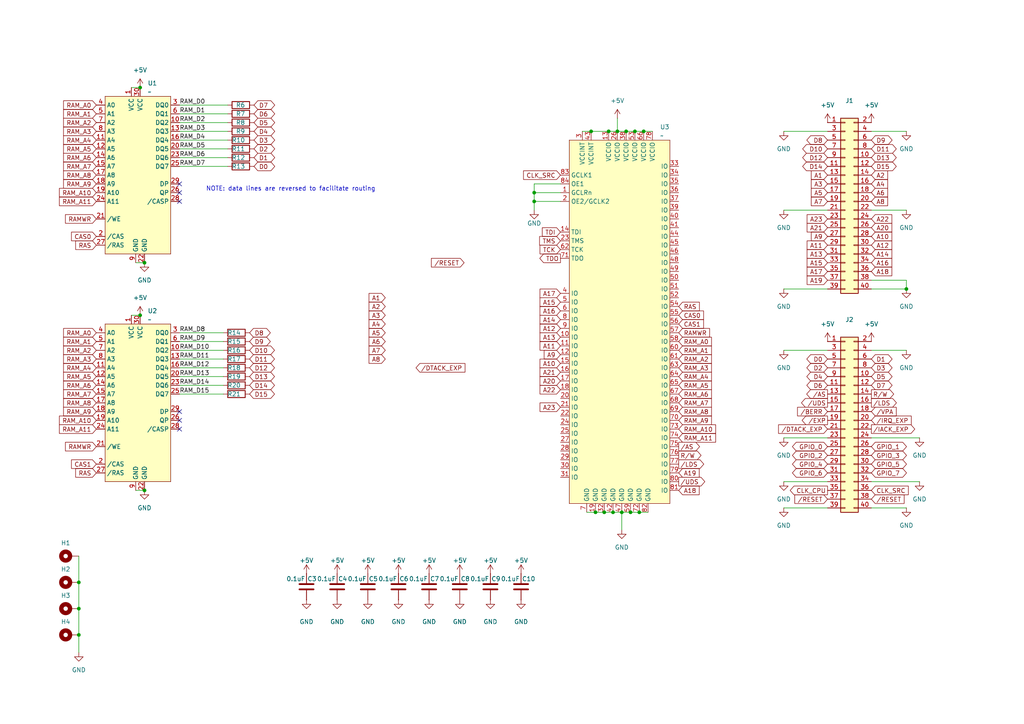
<source format=kicad_sch>
(kicad_sch (version 20231120) (generator "eeschema") (generator_version "8.0")
  (paper "A4")
  (junction (at 40.64 91.44))
  (junction (at -114.3 190.5))
  (junction (at -114.3 200.66))
  (junction (at 41.91 76.2))
  (junction (at -142.24 182.88))
  (junction (at 177.8 148.59))
  (junction (at 176.53 38.1))
  (junction (at 186.69 38.1))
  (junction (at 179.07 38.1))
  (junction (at 172.72 148.59))
  (junction (at 22.86 184.15))
  (junction (at 175.26 148.59))
  (junction (at 154.94 55.88))
  (junction (at -139.7 185.42))
  (junction (at -139.7 167.64))
  (junction (at 154.94 58.42))
  (junction (at -137.16 167.64))
  (junction (at 22.86 176.53))
  (junction (at 22.86 168.91))
  (junction (at 185.42 148.59))
  (junction (at 182.88 148.59))
  (junction (at 41.91 142.24))
  (junction (at 40.64 25.4))
  (junction (at 171.45 38.1))
  (junction (at 184.15 38.1))
  (junction (at 181.61 38.1))
  (junction (at 262.89 83.82))
  (junction (at -133.35 180.34))
  (junction (at 180.34 148.59))
  (junction (at -116.84 167.64))
  (junction (at -137.16 190.5))
  (no_connect (at 52.07 121.92))
  (no_connect (at -119.38 187.96))
  (no_connect (at 52.07 119.38))
  (no_connect (at -119.38 185.42))
  (no_connect (at 52.07 124.46))
  (no_connect (at 52.07 53.34))
  (no_connect (at -132.08 187.96))
  (no_connect (at 52.07 55.88))
  (no_connect (at 52.07 58.42))
  (wire (pts (xy 162.56 53.34) (xy 154.94 53.34)))
  (wire (pts (xy -142.24 171.45) (xy -142.24 167.64)))
  (wire (pts (xy 154.94 58.42) (xy 154.94 60.96)))
  (wire (pts (xy -133.35 180.34) (xy -133.35 193.04)))
  (wire (pts (xy -139.7 167.64) (xy -137.16 167.64)))
  (wire (pts (xy -114.3 190.5) (xy -119.38 190.5)))
  (wire (pts (xy -144.78 180.34) (xy -133.35 180.34)))
  (wire (pts (xy 227.33 83.82) (xy 240.03 83.82)))
  (wire (pts (xy 172.72 148.59) (xy 175.26 148.59)))
  (wire (pts (xy -71.12 147.32) (xy -62.23 147.32)))
  (wire (pts (xy 182.88 148.59) (xy 185.42 148.59)))
  (wire (pts (xy 252.73 83.82) (xy 262.89 83.82)))
  (wire (pts (xy 185.42 148.59) (xy 187.96 148.59)))
  (wire (pts (xy 179.07 38.1) (xy 181.61 38.1)))
  (wire (pts (xy 38.1 25.4) (xy 40.64 25.4)))
  (wire (pts (xy -144.78 182.88) (xy -142.24 182.88)))
  (wire (pts (xy -74.93 1.27) (xy -60.96 1.27)))
  (wire (pts (xy -137.16 167.64) (xy -116.84 167.64)))
  (wire (pts (xy 181.61 38.1) (xy 184.15 38.1)))
  (wire (pts (xy 154.94 53.34) (xy 154.94 55.88)))
  (wire (pts (xy -142.24 167.64) (xy -139.7 167.64)))
  (wire (pts (xy 22.86 168.91) (xy 22.86 176.53)))
  (wire (pts (xy 64.77 99.06) (xy 52.07 99.06)))
  (wire (pts (xy 64.77 104.14) (xy 52.07 104.14)))
  (wire (pts (xy -137.16 190.5) (xy -132.08 190.5)))
  (wire (pts (xy 180.34 148.59) (xy 182.88 148.59)))
  (wire (pts (xy 171.45 38.1) (xy 176.53 38.1)))
  (wire (pts (xy -114.3 180.34) (xy -114.3 190.5)))
  (wire (pts (xy 66.04 48.26) (xy 52.07 48.26)))
  (wire (pts (xy 252.73 38.1) (xy 262.89 38.1)))
  (wire (pts (xy 252.73 127) (xy 266.7 127)))
  (wire (pts (xy -139.7 179.07) (xy -139.7 185.42)))
  (wire (pts (xy 227.33 139.7) (xy 240.03 139.7)))
  (wire (pts (xy -137.16 179.07) (xy -137.16 190.5)))
  (wire (pts (xy 252.73 81.28) (xy 262.89 81.28)))
  (wire (pts (xy 252.73 101.6) (xy 262.89 101.6)))
  (wire (pts (xy 177.8 148.59) (xy 180.34 148.59)))
  (wire (pts (xy -144.78 185.42) (xy -139.7 185.42)))
  (wire (pts (xy 66.04 33.02) (xy 52.07 33.02)))
  (wire (pts (xy -142.24 182.88) (xy -132.08 182.88)))
  (wire (pts (xy -114.3 204.47) (xy -114.3 200.66)))
  (wire (pts (xy 66.04 45.72) (xy 52.07 45.72)))
  (wire (pts (xy 227.33 60.96) (xy 240.03 60.96)))
  (wire (pts (xy -116.84 163.83) (xy -116.84 167.64)))
  (wire (pts (xy -77.47 127) (xy -62.23 127)))
  (wire (pts (xy 38.1 91.44) (xy 40.64 91.44)))
  (wire (pts (xy -116.84 182.88) (xy -119.38 182.88)))
  (wire (pts (xy 39.37 76.2) (xy 41.91 76.2)))
  (wire (pts (xy 154.94 58.42) (xy 162.56 58.42)))
  (wire (pts (xy 66.04 30.48) (xy 52.07 30.48)))
  (wire (pts (xy 22.86 161.29) (xy 22.86 168.91)))
  (wire (pts (xy -142.24 179.07) (xy -142.24 182.88)))
  (wire (pts (xy 227.33 147.32) (xy 240.03 147.32)))
  (wire (pts (xy 66.04 38.1) (xy 52.07 38.1)))
  (wire (pts (xy 252.73 147.32) (xy 262.89 147.32)))
  (wire (pts (xy 64.77 109.22) (xy 52.07 109.22)))
  (wire (pts (xy 64.77 114.3) (xy 52.07 114.3)))
  (wire (pts (xy 66.04 40.64) (xy 52.07 40.64)))
  (wire (pts (xy -76.2 34.29) (xy -60.96 34.29)))
  (wire (pts (xy 66.04 43.18) (xy 52.07 43.18)))
  (wire (pts (xy 64.77 106.68) (xy 52.07 106.68)))
  (wire (pts (xy -133.35 200.66) (xy -114.3 200.66)))
  (wire (pts (xy 154.94 55.88) (xy 162.56 55.88)))
  (wire (pts (xy 64.77 96.52) (xy 52.07 96.52)))
  (wire (pts (xy -144.78 190.5) (xy -137.16 190.5)))
  (wire (pts (xy 227.33 101.6) (xy 240.03 101.6)))
  (wire (pts (xy 227.33 127) (xy 240.03 127)))
  (wire (pts (xy -85.09 93.98) (xy -62.23 93.98)))
  (wire (pts (xy 170.18 148.59) (xy 172.72 148.59)))
  (wire (pts (xy 179.07 34.29) (xy 179.07 38.1)))
  (wire (pts (xy 227.33 38.1) (xy 240.03 38.1)))
  (wire (pts (xy -116.84 167.64) (xy -116.84 182.88)))
  (wire (pts (xy 186.69 38.1) (xy 189.23 38.1)))
  (wire (pts (xy 64.77 101.6) (xy 52.07 101.6)))
  (wire (pts (xy 154.94 55.88) (xy 154.94 58.42)))
  (wire (pts (xy 252.73 139.7) (xy 266.7 139.7)))
  (wire (pts (xy -133.35 180.34) (xy -132.08 180.34)))
  (wire (pts (xy 176.53 38.1) (xy 179.07 38.1)))
  (wire (pts (xy -69.85 54.61) (xy -60.96 54.61)))
  (wire (pts (xy 22.86 184.15) (xy 22.86 189.23)))
  (wire (pts (xy 39.37 142.24) (xy 41.91 142.24)))
  (wire (pts (xy 66.04 35.56) (xy 52.07 35.56)))
  (wire (pts (xy 64.77 111.76) (xy 52.07 111.76)))
  (wire (pts (xy 252.73 60.96) (xy 262.89 60.96)))
  (wire (pts (xy 262.89 81.28) (xy 262.89 83.82)))
  (wire (pts (xy -137.16 171.45) (xy -137.16 167.64)))
  (wire (pts (xy -119.38 180.34) (xy -114.3 180.34)))
  (wire (pts (xy -114.3 200.66) (xy -114.3 190.5)))
  (wire (pts (xy 22.86 176.53) (xy 22.86 184.15)))
  (wire (pts (xy -139.7 171.45) (xy -139.7 167.64)))
  (wire (pts (xy 184.15 38.1) (xy 186.69 38.1)))
  (wire (pts (xy 175.26 148.59) (xy 177.8 148.59)))
  (wire (pts (xy -139.7 185.42) (xy -132.08 185.42)))
  (wire (pts (xy 168.91 38.1) (xy 171.45 38.1)))
  (wire (pts (xy 180.34 148.59) (xy 180.34 153.67)))
  (text "NOTE: data lines are reversed to facilitate routing" (at 84.328 54.864 0) (effects (font (size 1.27 1.27))))
  (label "RAM_D13" (at 52.07 109.22 0))
  (label "RAM_D11" (at 52.07 104.14 0))
  (label "RAM_D5" (at 52.07 43.18 0))
  (label "RAM_D0" (at 52.07 30.48 0))
  (label "RAM_D6" (at 52.07 45.72 0))
  (label "RAM_D8" (at 52.07 96.52 0))
  (label "RAM_D3" (at 52.07 38.1 0))
  (label "RAM_D4" (at 52.07 40.64 0))
  (label "RAM_D2" (at 52.07 35.56 0))
  (label "RAM_D14" (at 52.07 111.76 0))
  (label "RAM_D1" (at 52.07 33.02 0))
  (label "RAM_D12" (at 52.07 106.68 0))
  (label "RAM_D10" (at 52.07 101.6 0))
  (label "RAM_D7" (at 52.07 48.26 0))
  (label "RAM_D9" (at 52.07 99.06 0))
  (label "RAM_D15" (at 52.07 114.3 0))
  (global_label "R{slash}W" (shape output) (at 196.85 132.08 0) (property "Intersheetrefs" "${INTERSHEET_REFS}" (effects (hide yes))))
  (global_label "A10" (shape input) (at 162.56 105.41 180) (property "Intersheetrefs" "${INTERSHEET_REFS}" (effects (hide yes))))
  (global_label "A18" (shape input) (at 252.73 78.74 0) (property "Intersheetrefs" "${INTERSHEET_REFS}" (effects (hide yes))))
  (global_label "RAM_A1" (shape input) (at 27.94 99.06 180) (property "Intersheetrefs" "${INTERSHEET_REFS}" (effects (hide yes))))
  (global_label "A3" (shape input) (at 111.76 91.44 180) (property "Intersheetrefs" "${INTERSHEET_REFS}" (effects (hide yes))))
  (global_label "A17" (shape input) (at 240.03 78.74 180) (property "Intersheetrefs" "${INTERSHEET_REFS}" (effects (hide yes))))
  (global_label "RAS" (shape input) (at 196.85 88.9 0) (property "Intersheetrefs" "${INTERSHEET_REFS}" (effects (hide yes))))
  (global_label "A12" (shape input) (at 252.73 71.12 0) (property "Intersheetrefs" "${INTERSHEET_REFS}" (effects (hide yes))))
  (global_label "RAM_A2" (shape input) (at 27.94 101.6 180) (property "Intersheetrefs" "${INTERSHEET_REFS}" (effects (hide yes))))
  (global_label "D6" (shape bidirectional) (at 73.66 33.02 0) (property "Intersheetrefs" "${INTERSHEET_REFS}" (effects (hide yes))))
  (global_label "D8" (shape bidirectional) (at 72.39 96.52 0) (property "Intersheetrefs" "${INTERSHEET_REFS}" (effects (hide yes))))
  (global_label "A20" (shape input) (at 252.73 66.04 0) (property "Intersheetrefs" "${INTERSHEET_REFS}" (effects (hide yes))))
  (global_label "RAM_A9" (shape input) (at 27.94 53.34 180) (property "Intersheetrefs" "${INTERSHEET_REFS}" (effects (hide yes))))
  (global_label "{slash}DTACK_EXP" (shape input) (at 240.03 124.46 180) (property "Intersheetrefs" "${INTERSHEET_REFS}" (effects (hide yes))))
  (global_label "A6" (shape input) (at 252.73 55.88 0) (property "Intersheetrefs" "${INTERSHEET_REFS}" (effects (hide yes))))
  (global_label "RAM_A7" (shape input) (at 27.94 48.26 180) (property "Intersheetrefs" "${INTERSHEET_REFS}" (effects (hide yes))))
  (global_label "A8" (shape input) (at 111.76 104.14 180) (property "Intersheetrefs" "${INTERSHEET_REFS}" (effects (hide yes))))
  (global_label "RAM_A11" (shape input) (at 196.85 127 0) (property "Intersheetrefs" "${INTERSHEET_REFS}" (effects (hide yes))))
  (global_label "RAM_A5" (shape input) (at -60.96 8.89 180) (property "Intersheetrefs" "${INTERSHEET_REFS}" (effects (hide yes))))
  (global_label "RAM_D1" (shape input) (at -60.96 -6.35 180) (property "Intersheetrefs" "${INTERSHEET_REFS}" (effects (hide yes))))
  (global_label "TCK" (shape output) (at -144.78 180.34 180) (property "Intersheetrefs" "${INTERSHEET_REFS}" (effects (hide yes))))
  (global_label "RAM_A7" (shape input) (at -60.96 16.51 180) (property "Intersheetrefs" "${INTERSHEET_REFS}" (effects (hide yes))))
  (global_label "A19" (shape input) (at 240.03 81.28 180) (property "Intersheetrefs" "${INTERSHEET_REFS}" (effects (hide yes))))
  (global_label "D5" (shape bidirectional) (at 73.66 35.56 0) (property "Intersheetrefs" "${INTERSHEET_REFS}" (effects (hide yes))))
  (global_label "{slash}AS" (shape output) (at 196.85 129.54 0) (property "Intersheetrefs" "${INTERSHEET_REFS}" (effects (hide yes))))
  (global_label "RAM_A7" (shape input) (at 27.94 114.3 180) (property "Intersheetrefs" "${INTERSHEET_REFS}" (effects (hide yes))))
  (global_label "RAM_A6" (shape input) (at 27.94 45.72 180) (property "Intersheetrefs" "${INTERSHEET_REFS}" (effects (hide yes))))
  (global_label "RAM_A8" (shape input) (at -62.23 114.3 180) (property "Intersheetrefs" "${INTERSHEET_REFS}" (effects (hide yes))))
  (global_label "RAM_A3" (shape input) (at -60.96 -1.27 180) (property "Intersheetrefs" "${INTERSHEET_REFS}" (effects (hide yes))))
  (global_label "CAS1" (shape input) (at 196.85 93.98 0) (property "Intersheetrefs" "${INTERSHEET_REFS}" (effects (hide yes))))
  (global_label "RAM_A2" (shape input) (at 27.94 35.56 180) (property "Intersheetrefs" "${INTERSHEET_REFS}" (effects (hide yes))))
  (global_label "A14" (shape input) (at 252.73 73.66 0) (property "Intersheetrefs" "${INTERSHEET_REFS}" (effects (hide yes))))
  (global_label "RAM_A0" (shape input) (at 27.94 96.52 180) (property "Intersheetrefs" "${INTERSHEET_REFS}" (effects (hide yes))))
  (global_label "D10" (shape bidirectional) (at 240.03 43.18 180) (property "Intersheetrefs" "${INTERSHEET_REFS}" (effects (hide yes))))
  (global_label "RAM_A9" (shape input) (at 27.94 119.38 180) (property "Intersheetrefs" "${INTERSHEET_REFS}" (effects (hide yes))))
  (global_label "RAM_A2" (shape input) (at 196.85 104.14 0) (property "Intersheetrefs" "${INTERSHEET_REFS}" (effects (hide yes))))
  (global_label "A2" (shape input) (at 111.76 88.9 180) (property "Intersheetrefs" "${INTERSHEET_REFS}" (effects (hide yes))))
  (global_label "RAM_A1" (shape input) (at 27.94 33.02 180) (property "Intersheetrefs" "${INTERSHEET_REFS}" (effects (hide yes))))
  (global_label "RAS" (shape input) (at 27.94 137.16 180) (property "Intersheetrefs" "${INTERSHEET_REFS}" (effects (hide yes))))
  (global_label "D2" (shape bidirectional) (at 240.03 106.68 180) (property "Intersheetrefs" "${INTERSHEET_REFS}" (effects (hide yes))))
  (global_label "RAM_A10" (shape input) (at -60.96 26.67 180) (property "Intersheetrefs" "${INTERSHEET_REFS}" (effects (hide yes))))
  (global_label "RAM_A9" (shape input) (at -62.23 116.84 180) (property "Intersheetrefs" "${INTERSHEET_REFS}" (effects (hide yes))))
  (global_label "A4" (shape input) (at 111.76 93.98 180) (property "Intersheetrefs" "${INTERSHEET_REFS}" (effects (hide yes))))
  (global_label "D13" (shape bidirectional) (at 252.73 45.72 0) (property "Intersheetrefs" "${INTERSHEET_REFS}" (effects (hide yes))))
  (global_label "D13" (shape bidirectional) (at 72.39 109.22 0) (property "Intersheetrefs" "${INTERSHEET_REFS}" (effects (hide yes))))
  (global_label "RAM_D5" (shape input) (at -60.96 29.21 180) (property "Intersheetrefs" "${INTERSHEET_REFS}" (effects (hide yes))))
  (global_label "RAM_A7" (shape input) (at -62.23 109.22 180) (property "Intersheetrefs" "${INTERSHEET_REFS}" (effects (hide yes))))
  (global_label "A18" (shape input) (at 196.85 142.24 0) (property "Intersheetrefs" "${INTERSHEET_REFS}" (effects (hide yes))))
  (global_label "D6" (shape bidirectional) (at 240.03 111.76 180) (property "Intersheetrefs" "${INTERSHEET_REFS}" (effects (hide yes))))
  (global_label "D12" (shape bidirectional) (at 240.03 45.72 180) (property "Intersheetrefs" "${INTERSHEET_REFS}" (effects (hide yes))))
  (global_label "RAMWR" (shape input) (at 196.85 96.52 0) (property "Intersheetrefs" "${INTERSHEET_REFS}" (effects (hide yes))))
  (global_label "RAM_A2" (shape input) (at -62.23 88.9 180) (property "Intersheetrefs" "${INTERSHEET_REFS}" (effects (hide yes))))
  (global_label "{slash}LDS" (shape output) (at 252.73 116.84 0) (property "Intersheetrefs" "${INTERSHEET_REFS}" (effects (hide yes))))
  (global_label "RAM_A4" (shape input) (at -60.96 6.35 180) (property "Intersheetrefs" "${INTERSHEET_REFS}" (effects (hide yes))))
  (global_label "D3" (shape bidirectional) (at 252.73 106.68 0) (property "Intersheetrefs" "${INTERSHEET_REFS}" (effects (hide yes))))
  (global_label "D14" (shape bidirectional) (at 72.39 111.76 0) (property "Intersheetrefs" "${INTERSHEET_REFS}" (effects (hide yes))))
  (global_label "RAM_D12" (shape input) (at -62.23 111.76 180) (property "Intersheetrefs" "${INTERSHEET_REFS}" (effects (hide yes))))
  (global_label "A15" (shape input) (at 162.56 87.63 180) (property "Intersheetrefs" "${INTERSHEET_REFS}" (effects (hide yes))))
  (global_label "A10" (shape input) (at 252.73 68.58 0) (property "Intersheetrefs" "${INTERSHEET_REFS}" (effects (hide yes))))
  (global_label "RAM_A9" (shape input) (at -60.96 24.13 180) (property "Intersheetrefs" "${INTERSHEET_REFS}" (effects (hide yes))))
  (global_label "RAM_A8" (shape input) (at 27.94 50.8 180) (property "Intersheetrefs" "${INTERSHEET_REFS}" (effects (hide yes))))
  (global_label "A22" (shape input) (at 162.56 113.03 180) (property "Intersheetrefs" "${INTERSHEET_REFS}" (effects (hide yes))))
  (global_label "A21" (shape input) (at 240.03 66.04 180) (property "Intersheetrefs" "${INTERSHEET_REFS}" (effects (hide yes))))
  (global_label "D1" (shape bidirectional) (at 252.73 104.14 0) (property "Intersheetrefs" "${INTERSHEET_REFS}" (effects (hide yes))))
  (global_label "TMS" (shape input) (at 162.56 69.85 180) (property "Intersheetrefs" "${INTERSHEET_REFS}" (effects (hide yes))))
  (global_label "RAMWR" (shape input) (at 27.94 63.5 180) (property "Intersheetrefs" "${INTERSHEET_REFS}" (effects (hide yes))))
  (global_label "{slash}VPA" (shape input) (at 252.73 119.38 0) (property "Intersheetrefs" "${INTERSHEET_REFS}" (effects (hide yes))))
  (global_label "RAM_A10" (shape input) (at 196.85 124.46 0) (property "Intersheetrefs" "${INTERSHEET_REFS}" (effects (hide yes))))
  (global_label "A11" (shape input) (at 162.56 100.33 180) (property "Intersheetrefs" "${INTERSHEET_REFS}" (effects (hide yes))))
  (global_label "{slash}RESET" (shape input) (at 240.03 144.78 180) (property "Intersheetrefs" "${INTERSHEET_REFS}" (effects (hide yes))))
  (global_label "GPIO_4" (shape bidirectional) (at 240.03 134.62 180) (property "Intersheetrefs" "${INTERSHEET_REFS}" (effects (hide yes))))
  (global_label "RAM_D9" (shape input) (at -62.23 86.36 180) (property "Intersheetrefs" "${INTERSHEET_REFS}" (effects (hide yes))))
  (global_label "D15" (shape bidirectional) (at 72.39 114.3 0) (property "Intersheetrefs" "${INTERSHEET_REFS}" (effects (hide yes))))
  (global_label "A3" (shape input) (at 240.03 53.34 180) (property "Intersheetrefs" "${INTERSHEET_REFS}" (effects (hide yes))))
  (global_label "RAM_A4" (shape input) (at -62.23 99.06 180) (property "Intersheetrefs" "${INTERSHEET_REFS}" (effects (hide yes))))
  (global_label "A9" (shape input) (at 162.56 102.87 180) (property "Intersheetrefs" "${INTERSHEET_REFS}" (effects (hide yes))))
  (global_label "RAM_A3" (shape input) (at 27.94 104.14 180) (property "Intersheetrefs" "${INTERSHEET_REFS}" (effects (hide yes))))
  (global_label "RAM_D11" (shape input) (at -62.23 104.14 180) (property "Intersheetrefs" "${INTERSHEET_REFS}" (effects (hide yes))))
  (global_label "RAS" (shape input) (at 27.94 71.12 180) (property "Intersheetrefs" "${INTERSHEET_REFS}" (effects (hide yes))))
  (global_label "RAM_A0" (shape input) (at -62.23 81.28 180) (property "Intersheetrefs" "${INTERSHEET_REFS}" (effects (hide yes))))
  (global_label "A5" (shape input) (at 111.76 96.52 180) (property "Intersheetrefs" "${INTERSHEET_REFS}" (effects (hide yes))))
  (global_label "GPIO_5" (shape bidirectional) (at 252.73 134.62 0) (property "Intersheetrefs" "${INTERSHEET_REFS}" (effects (hide yes))))
  (global_label "A7" (shape input) (at 240.03 58.42 180) (property "Intersheetrefs" "${INTERSHEET_REFS}" (effects (hide yes))))
  (global_label "D0" (shape bidirectional) (at 240.03 104.14 180) (property "Intersheetrefs" "${INTERSHEET_REFS}" (effects (hide yes))))
  (global_label "D7" (shape bidirectional) (at 73.66 30.48 0) (property "Intersheetrefs" "${INTERSHEET_REFS}" (effects (hide yes))))
  (global_label "A23" (shape input) (at 162.56 118.11 180) (property "Intersheetrefs" "${INTERSHEET_REFS}" (effects (hide yes))))
  (global_label "D14" (shape bidirectional) (at 240.03 48.26 180) (property "Intersheetrefs" "${INTERSHEET_REFS}" (effects (hide yes))))
  (global_label "RAM_D4" (shape input) (at -60.96 19.05 180) (property "Intersheetrefs" "${INTERSHEET_REFS}" (effects (hide yes))))
  (global_label "D9" (shape bidirectional) (at 252.73 40.64 0) (property "Intersheetrefs" "${INTERSHEET_REFS}" (effects (hide yes))))
  (global_label "RAM_D2" (shape input) (at -60.96 3.81 180) (property "Intersheetrefs" "${INTERSHEET_REFS}" (effects (hide yes))))
  (global_label "A22" (shape input) (at 252.73 63.5 0) (property "Intersheetrefs" "${INTERSHEET_REFS}" (effects (hide yes))))
  (global_label "RAM_A3" (shape input) (at 196.85 106.68 0) (property "Intersheetrefs" "${INTERSHEET_REFS}" (effects (hide yes))))
  (global_label "RAM_A10" (shape input) (at 27.94 121.92 180) (property "Intersheetrefs" "${INTERSHEET_REFS}" (effects (hide yes))))
  (global_label "TMS" (shape output) (at -144.78 185.42 180) (property "Intersheetrefs" "${INTERSHEET_REFS}" (effects (hide yes))))
  (global_label "{slash}UDS" (shape output) (at 240.03 116.84 180) (property "Intersheetrefs" "${INTERSHEET_REFS}" (effects (hide yes))))
  (global_label "A23" (shape input) (at 240.03 63.5 180) (property "Intersheetrefs" "${INTERSHEET_REFS}" (effects (hide yes))))
  (global_label "RAM_A8" (shape input) (at -60.96 21.59 180) (property "Intersheetrefs" "${INTERSHEET_REFS}" (effects (hide yes))))
  (global_label "A13" (shape input) (at 162.56 97.79 180) (property "Intersheetrefs" "${INTERSHEET_REFS}" (effects (hide yes))))
  (global_label "RAM_A5" (shape input) (at 27.94 109.22 180) (property "Intersheetrefs" "${INTERSHEET_REFS}" (effects (hide yes))))
  (global_label "RAM_A0" (shape input) (at 27.94 30.48 180) (property "Intersheetrefs" "${INTERSHEET_REFS}" (effects (hide yes))))
  (global_label "RAM_D15" (shape input) (at -62.23 134.62 180) (property "Intersheetrefs" "${INTERSHEET_REFS}" (effects (hide yes))))
  (global_label "RAM_A4" (shape input) (at 27.94 40.64 180) (property "Intersheetrefs" "${INTERSHEET_REFS}" (effects (hide yes))))
  (global_label "RAM_A6" (shape input) (at -62.23 106.68 180) (property "Intersheetrefs" "${INTERSHEET_REFS}" (effects (hide yes))))
  (global_label "A1" (shape input) (at 240.03 50.8 180) (property "Intersheetrefs" "${INTERSHEET_REFS}" (effects (hide yes))))
  (global_label "RAM_A4" (shape input) (at 27.94 106.68 180) (property "Intersheetrefs" "${INTERSHEET_REFS}" (effects (hide yes))))
  (global_label "A19" (shape input) (at 196.85 137.16 0) (property "Intersheetrefs" "${INTERSHEET_REFS}" (effects (hide yes))))
  (global_label "{slash}EXP" (shape output) (at 240.03 121.92 180) (property "Intersheetrefs" "${INTERSHEET_REFS}" (effects (hide yes))))
  (global_label "RAM_A8" (shape input) (at 27.94 116.84 180) (property "Intersheetrefs" "${INTERSHEET_REFS}" (effects (hide yes))))
  (global_label "RAM_D6" (shape input) (at -60.96 36.83 180) (property "Intersheetrefs" "${INTERSHEET_REFS}" (effects (hide yes))))
  (global_label "A14" (shape input) (at 162.56 92.71 180) (property "Intersheetrefs" "${INTERSHEET_REFS}" (effects (hide yes))))
  (global_label "RAM_A1" (shape input) (at -62.23 83.82 180) (property "Intersheetrefs" "${INTERSHEET_REFS}" (effects (hide yes))))
  (global_label "D9" (shape bidirectional) (at 72.39 99.06 0) (property "Intersheetrefs" "${INTERSHEET_REFS}" (effects (hide yes))))
  (global_label "CLK_SRC" (shape input) (at 252.73 142.24 0) (property "Intersheetrefs" "${INTERSHEET_REFS}" (effects (hide yes))))
  (global_label "RAM_A6" (shape input) (at 27.94 111.76 180) (property "Intersheetrefs" "${INTERSHEET_REFS}" (effects (hide yes))))
  (global_label "RAM_A5" (shape input) (at -62.23 101.6 180) (property "Intersheetrefs" "${INTERSHEET_REFS}" (effects (hide yes))))
  (global_label "RAMWR" (shape input) (at 27.94 129.54 180) (property "Intersheetrefs" "${INTERSHEET_REFS}" (effects (hide yes))))
  (global_label "RAS" (shape input) (at -60.96 46.99 180) (property "Intersheetrefs" "${INTERSHEET_REFS}" (effects (hide yes))))
  (global_label "A5" (shape input) (at 240.03 55.88 180) (property "Intersheetrefs" "${INTERSHEET_REFS}" (effects (hide yes))))
  (global_label "RAM_A3" (shape input) (at 27.94 38.1 180) (property "Intersheetrefs" "${INTERSHEET_REFS}" (effects (hide yes))))
  (global_label "A7" (shape input) (at 111.76 101.6 180) (property "Intersheetrefs" "${INTERSHEET_REFS}" (effects (hide yes))))
  (global_label "A8" (shape input) (at 252.73 58.42 0) (property "Intersheetrefs" "${INTERSHEET_REFS}" (effects (hide yes))))
  (global_label "RAM_A4" (shape input) (at 196.85 109.22 0) (property "Intersheetrefs" "${INTERSHEET_REFS}" (effects (hide yes))))
  (global_label "CLK_CPU" (shape output) (at 240.03 142.24 180) (property "Intersheetrefs" "${INTERSHEET_REFS}" (effects (hide yes))))
  (global_label "CAS0" (shape input) (at 196.85 91.44 0) (property "Intersheetrefs" "${INTERSHEET_REFS}" (effects (hide yes))))
  (global_label "D11" (shape bidirectional) (at 252.73 43.18 0) (property "Intersheetrefs" "${INTERSHEET_REFS}" (effects (hide yes))))
  (global_label "RAM_A9" (shape input) (at 196.85 121.92 0) (property "Intersheetrefs" "${INTERSHEET_REFS}" (effects (hide yes))))
  (global_label "{slash}BERR" (shape input) (at 240.03 119.38 180) (property "Intersheetrefs" "${INTERSHEET_REFS}" (effects (hide yes))))
  (global_label "A12" (shape input) (at 162.56 95.25 180) (property "Intersheetrefs" "${INTERSHEET_REFS}" (effects (hide yes))))
  (global_label "D3" (shape bidirectional) (at 73.66 40.64 0) (property "Intersheetrefs" "${INTERSHEET_REFS}" (effects (hide yes))))
  (global_label "RAM_A10" (shape input) (at -62.23 119.38 180) (property "Intersheetrefs" "${INTERSHEET_REFS}" (effects (hide yes))))
  (global_label "RAM_A11" (shape input) (at 27.94 58.42 180) (property "Intersheetrefs" "${INTERSHEET_REFS}" (effects (hide yes))))
  (global_label "A21" (shape input) (at 162.56 107.95 180) (property "Intersheetrefs" "${INTERSHEET_REFS}" (effects (hide yes))))
  (global_label "{slash}IRQ_EXP" (shape input) (at 252.73 121.92 0) (property "Intersheetrefs" "${INTERSHEET_REFS}" (effects (hide yes))))
  (global_label "{slash}LDS" (shape output) (at 196.85 134.62 0) (property "Intersheetrefs" "${INTERSHEET_REFS}" (effects (hide yes))))
  (global_label "GPIO_0" (shape bidirectional) (at 240.03 129.54 180) (property "Intersheetrefs" "${INTERSHEET_REFS}" (effects (hide yes))))
  (global_label "TDI" (shape input) (at 162.56 67.31 180) (property "Intersheetrefs" "${INTERSHEET_REFS}" (effects (hide yes))))
  (global_label "CAS0" (shape input) (at -60.96 -16.51 180) (property "Intersheetrefs" "${INTERSHEET_REFS}" (effects (hide yes))))
  (global_label "{slash}DTACK_EXP" (shape input) (at 120.65 106.68 0) (property "Intersheetrefs" "${INTERSHEET_REFS}" (effects (hide yes))))
  (global_label "TDO" (shape input) (at -144.78 182.88 180) (property "Intersheetrefs" "${INTERSHEET_REFS}" (effects (hide yes))))
  (global_label "A13" (shape input) (at 240.03 73.66 180) (property "Intersheetrefs" "${INTERSHEET_REFS}" (effects (hide yes))))
  (global_label "{slash}RESET" (shape input) (at 252.73 144.78 0) (property "Intersheetrefs" "${INTERSHEET_REFS}" (effects (hide yes))))
  (global_label "RAM_D3" (shape input) (at -60.96 11.43 180) (property "Intersheetrefs" "${INTERSHEET_REFS}" (effects (hide yes))))
  (global_label "RAM_D7" (shape input) (at -60.96 41.91 180) (property "Intersheetrefs" "${INTERSHEET_REFS}" (effects (hide yes))))
  (global_label "A6" (shape input) (at 111.76 99.06 180) (property "Intersheetrefs" "${INTERSHEET_REFS}" (effects (hide yes))))
  (global_label "RAM_A3" (shape input) (at -62.23 91.44 180) (property "Intersheetrefs" "${INTERSHEET_REFS}" (effects (hide yes))))
  (global_label "RAS" (shape input) (at -62.23 139.7 180) (property "Intersheetrefs" "${INTERSHEET_REFS}" (effects (hide yes))))
  (global_label "RAM_A0" (shape input) (at -60.96 -11.43 180) (property "Intersheetrefs" "${INTERSHEET_REFS}" (effects (hide yes))))
  (global_label "RAM_A8" (shape input) (at 196.85 119.38 0) (property "Intersheetrefs" "${INTERSHEET_REFS}" (effects (hide yes))))
  (global_label "CAS0" (shape input) (at 27.94 68.58 180) (property "Intersheetrefs" "${INTERSHEET_REFS}" (effects (hide yes))))
  (global_label "D11" (shape bidirectional) (at 72.39 104.14 0) (property "Intersheetrefs" "${INTERSHEET_REFS}" (effects (hide yes))))
  (global_label "CAS1" (shape input) (at 27.94 134.62 180) (property "Intersheetrefs" "${INTERSHEET_REFS}" (effects (hide yes))))
  (global_label "RAM_A1" (shape input) (at 196.85 101.6 0) (property "Intersheetrefs" "${INTERSHEET_REFS}" (effects (hide yes))))
  (global_label "A15" (shape input) (at 240.03 76.2 180) (property "Intersheetrefs" "${INTERSHEET_REFS}" (effects (hide yes))))
  (global_label "RAM_A1" (shape input) (at -60.96 -8.89 180) (property "Intersheetrefs" "${INTERSHEET_REFS}" (effects (hide yes))))
  (global_label "A2" (shape input) (at 252.73 50.8 0) (property "Intersheetrefs" "${INTERSHEET_REFS}" (effects (hide yes))))
  (global_label "D10" (shape bidirectional) (at 72.39 101.6 0) (property "Intersheetrefs" "${INTERSHEET_REFS}" (effects (hide yes))))
  (global_label "TCK" (shape input) (at 162.56 72.39 180) (property "Intersheetrefs" "${INTERSHEET_REFS}" (effects (hide yes))))
  (global_label "D1" (shape bidirectional) (at 73.66 45.72 0) (property "Intersheetrefs" "${INTERSHEET_REFS}" (effects (hide yes))))
  (global_label "RAM_A5" (shape input) (at 196.85 111.76 0) (property "Intersheetrefs" "${INTERSHEET_REFS}" (effects (hide yes))))
  (global_label "D2" (shape bidirectional) (at 73.66 43.18 0) (property "Intersheetrefs" "${INTERSHEET_REFS}" (effects (hide yes))))
  (global_label "A1" (shape input) (at 111.76 86.36 180) (property "Intersheetrefs" "${INTERSHEET_REFS}" (effects (hide yes))))
  (global_label "RAM_D13" (shape input) (at -62.23 121.92 180) (property "Intersheetrefs" "${INTERSHEET_REFS}" (effects (hide yes))))
  (global_label "RAM_A0" (shape input) (at 196.85 99.06 0) (property "Intersheetrefs" "${INTERSHEET_REFS}" (effects (hide yes))))
  (global_label "CLK_SRC" (shape input) (at 162.56 50.8 180) (property "Intersheetrefs" "${INTERSHEET_REFS}" (effects (hide yes))))
  (global_label "GPIO_6" (shape bidirectional) (at 240.03 137.16 180) (property "Intersheetrefs" "${INTERSHEET_REFS}" (effects (hide yes))))
  (global_label "D8" (shape bidirectional) (at 240.03 40.64 180) (property "Intersheetrefs" "${INTERSHEET_REFS}" (effects (hide yes))))
  (global_label "D12" (shape bidirectional) (at 72.39 106.68 0) (property "Intersheetrefs" "${INTERSHEET_REFS}" (effects (hide yes))))
  (global_label "RAM_A7" (shape input) (at 196.85 116.84 0) (property "Intersheetrefs" "${INTERSHEET_REFS}" (effects (hide yes))))
  (global_label "RAM_A6" (shape input) (at -60.96 13.97 180) (property "Intersheetrefs" "${INTERSHEET_REFS}" (effects (hide yes))))
  (global_label "RAM_A2" (shape input) (at -60.96 -3.81 180) (property "Intersheetrefs" "${INTERSHEET_REFS}" (effects (hide yes))))
  (global_label "RAM_D10" (shape input) (at -62.23 96.52 180) (property "Intersheetrefs" "${INTERSHEET_REFS}" (effects (hide yes))))
  (global_label "D7" (shape bidirectional) (at 252.73 111.76 0) (property "Intersheetrefs" "${INTERSHEET_REFS}" (effects (hide yes))))
  (global_label "{slash}RESET" (shape input) (at 134.62 76.2 180) (property "Intersheetrefs" "${INTERSHEET_REFS}" (effects (hide yes))))
  (global_label "{slash}UDS" (shape output) (at 196.85 139.7 0) (property "Intersheetrefs" "${INTERSHEET_REFS}" (effects (hide yes))))
  (global_label "D4" (shape bidirectional) (at 73.66 38.1 0) (property "Intersheetrefs" "${INTERSHEET_REFS}" (effects (hide yes))))
  (global_label "RAM_A11" (shape input) (at 27.94 124.46 180) (property "Intersheetrefs" "${INTERSHEET_REFS}" (effects (hide yes))))
  (global_label "RAM_A5" (shape input) (at 27.94 43.18 180) (property "Intersheetrefs" "${INTERSHEET_REFS}" (effects (hide yes))))
  (global_label "RAM_A11" (shape input) (at -60.96 39.37 180) (property "Intersheetrefs" "${INTERSHEET_REFS}" (effects (hide yes))))
  (global_label "RAMWR" (shape input) (at -62.23 124.46 180) (property "Intersheetrefs" "${INTERSHEET_REFS}" (effects (hide yes))))
  (global_label "{slash}IACK_EXP" (shape output) (at 252.73 124.46 0) (property "Intersheetrefs" "${INTERSHEET_REFS}" (effects (hide yes))))
  (global_label "D4" (shape bidirectional) (at 240.03 109.22 180) (property "Intersheetrefs" "${INTERSHEET_REFS}" (effects (hide yes))))
  (global_label "TDO" (shape output) (at 162.56 74.93 180) (property "Intersheetrefs" "${INTERSHEET_REFS}" (effects (hide yes))))
  (global_label "R{slash}W" (shape output) (at 252.73 114.3 0) (property "Intersheetrefs" "${INTERSHEET_REFS}" (effects (hide yes))))
  (global_label "A16" (shape input) (at 252.73 76.2 0) (property "Intersheetrefs" "${INTERSHEET_REFS}" (effects (hide yes))))
  (global_label "GPIO_2" (shape bidirectional) (at 240.03 132.08 180) (property "Intersheetrefs" "${INTERSHEET_REFS}" (effects (hide yes))))
  (global_label "{slash}AS" (shape output) (at 240.03 114.3 180) (property "Intersheetrefs" "${INTERSHEET_REFS}" (effects (hide yes))))
  (global_label "RAM_A11" (shape input) (at -62.23 132.08 180) (property "Intersheetrefs" "${INTERSHEET_REFS}" (effects (hide yes))))
  (global_label "A20" (shape input) (at 162.56 110.49 180) (property "Intersheetrefs" "${INTERSHEET_REFS}" (effects (hide yes))))
  (global_label "GPIO_3" (shape bidirectional) (at 252.73 132.08 0) (property "Intersheetrefs" "${INTERSHEET_REFS}" (effects (hide yes))))
  (global_label "D0" (shape bidirectional) (at 73.66 48.26 0) (property "Intersheetrefs" "${INTERSHEET_REFS}" (effects (hide yes))))
  (global_label "A9" (shape input) (at 240.03 68.58 180) (property "Intersheetrefs" "${INTERSHEET_REFS}" (effects (hide yes))))
  (global_label "RAMWR" (shape input) (at -60.96 31.75 180) (property "Intersheetrefs" "${INTERSHEET_REFS}" (effects (hide yes))))
  (global_label "D5" (shape bidirectional) (at 252.73 109.22 0) (property "Intersheetrefs" "${INTERSHEET_REFS}" (effects (hide yes))))
  (global_label "A17" (shape input) (at 162.56 85.09 180) (property "Intersheetrefs" "${INTERSHEET_REFS}" (effects (hide yes))))
  (global_label "GPIO_7" (shape bidirectional) (at 252.73 137.16 0) (property "Intersheetrefs" "${INTERSHEET_REFS}" (effects (hide yes))))
  (global_label "TDI" (shape output) (at -144.78 190.5 180) (property "Intersheetrefs" "${INTERSHEET_REFS}" (effects (hide yes))))
  (global_label "RAM_D8" (shape input) (at -62.23 78.74 180) (property "Intersheetrefs" "${INTERSHEET_REFS}" (effects (hide yes))))
  (global_label "D15" (shape bidirectional) (at 252.73 48.26 0) (property "Intersheetrefs" "${INTERSHEET_REFS}" (effects (hide yes))))
  (global_label "A11" (shape input) (at 240.03 71.12 180) (property "Intersheetrefs" "${INTERSHEET_REFS}" (effects (hide yes))))
  (global_label "RAM_A10" (shape input) (at 27.94 55.88 180) (property "Intersheetrefs" "${INTERSHEET_REFS}" (effects (hide yes))))
  (global_label "GPIO_1" (shape bidirectional) (at 252.73 129.54 0) (property "Intersheetrefs" "${INTERSHEET_REFS}" (effects (hide yes))))
  (global_label "RAM_D14" (shape input) (at -62.23 129.54 180) (property "Intersheetrefs" "${INTERSHEET_REFS}" (effects (hide yes))))
  (global_label "CAS1" (shape input) (at -62.23 76.2 180) (property "Intersheetrefs" "${INTERSHEET_REFS}" (effects (hide yes))))
  (global_label "RAM_A6" (shape input) (at 196.85 114.3 0) (property "Intersheetrefs" "${INTERSHEET_REFS}" (effects (hide yes))))
  (global_label "A16" (shape input) (at 162.56 90.17 180) (property "Intersheetrefs" "${INTERSHEET_REFS}" (effects (hide yes))))
  (global_label "RAM_D0" (shape input) (at -60.96 -13.97 180) (property "Intersheetrefs" "${INTERSHEET_REFS}" (effects (hide yes))))
  (global_label "A4" (shape input) (at 252.73 53.34 0) (property "Intersheetrefs" "${INTERSHEET_REFS}" (effects (hide yes))))
  (symbol (lib_id "Device:C") (at 97.79 170.18 0) (unit 1)
    (property "Reference" "C4" (at 98.044 167.894 0) (effects (justify left)))
    (property "Value" "0.1uF" (at 91.948 167.894 0) (effects (justify left)))
    (property "Footprint" "Capacitor_THT:C_Disc_D4.7mm_W2.5mm_P5.00mm" (effects (hide yes)))
    (property "Description" "Unpolarized capacitor" (effects (hide yes)))
  )
  (symbol (lib_id "power:+5V") (at -71.12 147.32 0) (unit 1)
    (property "Reference" "#PWR054" (effects (hide yes)))
    (property "Value" "+5V" (at -71.12 143.51 0))
    (property "Description" "Power symbol creates a global label with name \"+5V\"" (effects (hide yes)))
  )
  (symbol (lib_id "power:GND") (at 142.24 173.99 0) (unit 1)
    (property "Reference" "#PWR050" (effects (hide yes)))
    (property "Value" "GND" (at 142.24 180.34 0))
    (property "Description" "Power symbol creates a global label with name \"GND\" , ground" (effects (hide yes)))
  )
  (symbol (lib_id "power:GND") (at 115.57 173.99 0) (unit 1)
    (property "Reference" "#PWR044" (effects (hide yes)))
    (property "Value" "GND" (at 115.57 180.34 0))
    (property "Description" "Power symbol creates a global label with name \"GND\" , ground" (effects (hide yes)))
  )
  (symbol (lib_id "power:+5V") (at 124.46 166.37 0) (unit 1)
    (property "Reference" "#PWR045" (effects (hide yes)))
    (property "Value" "+5V" (at 124.46 162.56 0))
    (property "Description" "Power symbol creates a global label with name \"+5V\"" (effects (hide yes)))
  )
  (symbol (lib_id "Device:R") (at -139.7 175.26 0) (unit 1)
    (property "Reference" "R2" (at -139.7 176.53 90) (effects (justify left)))
    (property "Value" "R" (effects (hide yes)))
    (property "Footprint" "Resistor_THT:R_Axial_DIN0207_L6.3mm_D2.5mm_P7.62mm_Horizontal" (effects (hide yes)))
    (property "Description" "Resistor" (effects (hide yes)))
  )
  (symbol (lib_id "power:GND") (at 227.33 38.1 0) (unit 1)
    (property "Reference" "#PWR01" (effects (hide yes)))
    (property "Value" "GND" (at 227.33 43.18 0))
    (property "Description" "Power symbol creates a global label with name \"GND\" , ground" (effects (hide yes)))
  )
  (symbol (lib_id "Device:C") (at 115.57 170.18 0) (unit 1)
    (property "Reference" "C6" (at 115.824 167.894 0) (effects (justify left)))
    (property "Value" "0.1uF" (at 109.728 167.894 0) (effects (justify left)))
    (property "Footprint" "Capacitor_THT:C_Disc_D4.7mm_W2.5mm_P5.00mm" (effects (hide yes)))
    (property "Description" "Unpolarized capacitor" (effects (hide yes)))
  )
  (symbol (lib_id "power:GND") (at -36.83 185.42 0) (unit 1)
    (property "Reference" "#PWR032" (effects (hide yes)))
    (property "Value" "GND" (at -36.83 190.5 0))
    (property "Description" "Power symbol creates a global label with name \"GND\" , ground" (effects (hide yes)))
  )
  (symbol (lib_id "Device:R") (at 69.85 48.26 90) (mirror x) (unit 1)
    (property "Reference" "R13" (at 71.12 48.26 90) (effects (justify left)))
    (property "Value" "22" (effects (hide yes)))
    (property "Footprint" "Resistor_THT:R_Axial_DIN0207_L6.3mm_D2.5mm_P2.54mm_Vertical" (effects (hide yes)))
    (property "Description" "Resistor" (effects (hide yes)))
  )
  (symbol (lib_id "Device:C") (at 142.24 170.18 0) (unit 1)
    (property "Reference" "C9" (at 142.494 167.894 0) (effects (justify left)))
    (property "Value" "0.1uF" (at 136.398 167.894 0) (effects (justify left)))
    (property "Footprint" "Capacitor_THT:C_Disc_D4.7mm_W2.5mm_P5.00mm" (effects (hide yes)))
    (property "Description" "Unpolarized capacitor" (effects (hide yes)))
  )
  (symbol (lib_id "Device:R") (at 68.58 101.6 90) (mirror x) (unit 1)
    (property "Reference" "R16" (at 69.85 101.6 90) (effects (justify left)))
    (property "Value" "22" (effects (hide yes)))
    (property "Footprint" "Resistor_THT:R_Axial_DIN0207_L6.3mm_D2.5mm_P2.54mm_Vertical" (effects (hide yes)))
    (property "Description" "Resistor" (effects (hide yes)))
  )
  (symbol (lib_id "Device:C") (at 106.68 170.18 0) (unit 1)
    (property "Reference" "C5" (at 106.934 167.894 0) (effects (justify left)))
    (property "Value" "0.1uF" (at 100.838 167.894 0) (effects (justify left)))
    (property "Footprint" "Capacitor_THT:C_Disc_D4.7mm_W2.5mm_P5.00mm" (effects (hide yes)))
    (property "Description" "Unpolarized capacitor" (effects (hide yes)))
  )
  (symbol (lib_id "power:GND") (at -74.93 1.27 0) (unit 1)
    (property "Reference" "#PWR057" (effects (hide yes)))
    (property "Value" "GND" (at -74.93 6.35 0))
    (property "Description" "Power symbol creates a global label with name \"GND\" , ground" (effects (hide yes)))
  )
  (symbol (lib_id "power:GND") (at 262.89 60.96 0) (unit 1)
    (property "Reference" "#PWR013" (effects (hide yes)))
    (property "Value" "GND" (at 262.89 66.04 0))
    (property "Description" "Power symbol creates a global label with name \"GND\" , ground" (effects (hide yes)))
  )
  (symbol (lib_id "power:+5V") (at 151.13 166.37 0) (unit 1)
    (property "Reference" "#PWR051" (effects (hide yes)))
    (property "Value" "+5V" (at 151.13 162.56 0))
    (property "Description" "Power symbol creates a global label with name \"+5V\"" (effects (hide yes)))
  )
  (symbol (lib_id "power:GND") (at 133.35 173.99 0) (unit 1)
    (property "Reference" "#PWR048" (effects (hide yes)))
    (property "Value" "GND" (at 133.35 180.34 0))
    (property "Description" "Power symbol creates a global label with name \"GND\" , ground" (effects (hide yes)))
  )
  (symbol (lib_id "power:+5V") (at -36.83 177.8 0) (unit 1)
    (property "Reference" "#PWR031" (effects (hide yes)))
    (property "Value" "+5V" (at -36.83 172.72 0))
    (property "Description" "Power symbol creates a global label with name \"+5V\"" (effects (hide yes)))
  )
  (symbol (lib_id "power:+5V") (at 240.03 99.06 0) (unit 1)
    (property "Reference" "#PWR09" (effects (hide yes)))
    (property "Value" "+5V" (at 240.03 93.98 0))
    (property "Description" "Power symbol creates a global label with name \"+5V\"" (effects (hide yes)))
  )
  (symbol (lib_id "power:+5V") (at -116.84 163.83 0) (unit 1)
    (property "Reference" "#PWR023" (effects (hide yes)))
    (property "Value" "+5V" (at -116.84 158.75 0))
    (property "Description" "Power symbol creates a global label with name \"+5V\"" (effects (hide yes)))
  )
  (symbol (lib_id "power:+5V") (at 40.64 25.4 0) (unit 1)
    (property "Reference" "#PWR025" (effects (hide yes)))
    (property "Value" "+5V" (at 40.64 20.32 0))
    (property "Description" "Power symbol creates a global label with name \"+5V\"" (effects (hide yes)))
  )
  (symbol (lib_id "Device:C_Polarized") (at -53.34 181.61 0) (unit 1)
    (property "Reference" "C1" (at -58.166 179.07 0) (effects (justify left)))
    (property "Value" "1000uF" (at -52.832 179.324 0) (effects (justify left)))
    (property "Footprint" "Capacitor_THT:CP_Radial_D8.0mm_P3.50mm" (effects (hide yes)))
    (property "Description" "Polarized capacitor" (effects (hide yes)))
  )
  (symbol (lib_id "power:GND") (at -77.47 127 0) (unit 1)
    (property "Reference" "#PWR055" (effects (hide yes)))
    (property "Value" "GND" (at -77.47 132.08 0))
    (property "Description" "Power symbol creates a global label with name \"GND\" , ground" (effects (hide yes)))
  )
  (symbol (lib_id "power:GND") (at 227.33 139.7 0) (unit 1)
    (property "Reference" "#PWR06" (effects (hide yes)))
    (property "Value" "GND" (at 227.33 144.78 0))
    (property "Description" "Power symbol creates a global label with name \"GND\" , ground" (effects (hide yes)))
  )
  (symbol (lib_id "power:+5V") (at 179.07 34.29 0) (unit 1)
    (property "Reference" "#PWR020" (effects (hide yes)))
    (property "Value" "+5V" (at 179.07 29.21 0))
    (property "Description" "Power symbol creates a global label with name \"+5V\"" (effects (hide yes)))
  )
  (symbol (lib_id "power:GND") (at 88.9 173.99 0) (unit 1)
    (property "Reference" "#PWR038" (effects (hide yes)))
    (property "Value" "GND" (at 88.9 180.34 0))
    (property "Description" "Power symbol creates a global label with name \"GND\" , ground" (effects (hide yes)))
  )
  (symbol (lib_id "power:+5V") (at -53.34 177.8 0) (unit 1)
    (property "Reference" "#PWR029" (effects (hide yes)))
    (property "Value" "+5V" (at -53.34 172.72 0))
    (property "Description" "Power symbol creates a global label with name \"+5V\"" (effects (hide yes)))
  )
  (symbol (lib_id "Mechanical:MountingHole_Pad") (at 20.32 176.53 90) (unit 1) (exclude_from_sim yes) (in_bom no)
    (property "Reference" "H3" (at 19.05 172.72 90))
    (property "Value" "MountingHole_Pad" (effects (hide yes)))
    (property "Footprint" "MountingHole:MountingHole_3.2mm_M3_Pad" (effects (hide yes)))
    (property "Description" "Mounting Hole with connection" (effects (hide yes)))
  )
  (symbol (lib_id "power:GND") (at -53.34 185.42 0) (unit 1)
    (property "Reference" "#PWR030" (effects (hide yes)))
    (property "Value" "GND" (at -53.34 190.5 0))
    (property "Description" "Power symbol creates a global label with name \"GND\" , ground" (effects (hide yes)))
  )
  (symbol (lib_id "Device:LED") (at -19.05 185.42 90) (unit 1)
    (property "Reference" "D1" (at -15.494 185.7374 90) (effects (justify right)))
    (property "Value" "LED" (at -15.494 188.2774 90) (effects (justify right)))
    (property "Footprint" "LED_THT:LED_D5.0mm" (effects (hide yes)))
    (property "Description" "Light emitting diode" (effects (hide yes)))
  )
  (symbol (lib_id "Device:R") (at 69.85 33.02 90) (mirror x) (unit 1)
    (property "Reference" "R7" (at 71.12 33.02 90) (effects (justify left)))
    (property "Value" "22" (effects (hide yes)))
    (property "Footprint" "Resistor_THT:R_Axial_DIN0207_L6.3mm_D2.5mm_P2.54mm_Vertical" (effects (hide yes)))
    (property "Description" "Resistor" (effects (hide yes)))
  )
  (symbol (lib_id "Connector_Generic:Conn_01x30") (at -55.88 16.51 0) (unit 1)
    (property "Reference" "J4" (at -53.34 16.5099 0) (effects (justify left)))
    (property "Value" "Conn_01x30" (at -53.34 19.0499 0) (effects (justify left)))
    (property "Footprint" "Connector_PinHeader_2.54mm:PinHeader_1x30_P2.54mm_Vertical" (effects (hide yes)))
    (property "Description" "Generic connector, single row, 01x30, script generated (kicad-library-utils/schlib/autogen/connector/)" (effects (hide yes)))
  )
  (symbol (lib_id "Connector_Generic:Conn_01x30") (at -57.15 109.22 0) (unit 1)
    (property "Reference" "J5" (at -54.61 109.2199 0) (effects (justify left)))
    (property "Value" "Conn_01x30" (at -54.61 111.7599 0) (effects (justify left)))
    (property "Footprint" "Connector_PinHeader_2.54mm:PinHeader_1x30_P2.54mm_Vertical" (effects (hide yes)))
    (property "Description" "Generic connector, single row, 01x30, script generated (kicad-library-utils/schlib/autogen/connector/)" (effects (hide yes)))
  )
  (symbol (lib_id "power:+5V") (at 252.73 35.56 0) (unit 1)
    (property "Reference" "#PWR010" (effects (hide yes)))
    (property "Value" "+5V" (at 252.73 30.48 0))
    (property "Description" "Power symbol creates a global label with name \"+5V\"" (effects (hide yes)))
  )
  (symbol (lib_id "power:GND") (at 22.86 189.23 0) (unit 1)
    (property "Reference" "#PWR019" (effects (hide yes)))
    (property "Value" "GND" (at 22.86 194.31 0))
    (property "Description" "Power symbol creates a global label with name \"GND\" , ground" (effects (hide yes)))
  )
  (symbol (lib_id "power:GND") (at 227.33 60.96 0) (unit 1)
    (property "Reference" "#PWR02" (effects (hide yes)))
    (property "Value" "GND" (at 227.33 66.04 0))
    (property "Description" "Power symbol creates a global label with name \"GND\" , ground" (effects (hide yes)))
  )
  (symbol (lib_id "power:GND") (at 154.94 60.96 0) (unit 1)
    (property "Reference" "#PWR022" (effects (hide yes)))
    (property "Value" "GND" (at 154.94 64.77 0))
    (property "Description" "Power symbol creates a global label with name \"GND\" , ground" (effects (hide yes)))
  )
  (symbol (lib_id "power:GND") (at -85.09 93.98 0) (unit 1)
    (property "Reference" "#PWR058" (effects (hide yes)))
    (property "Value" "GND" (at -85.09 99.06 0))
    (property "Description" "Power symbol creates a global label with name \"GND\" , ground" (effects (hide yes)))
  )
  (symbol (lib_id "power:+5V") (at 115.57 166.37 0) (unit 1)
    (property "Reference" "#PWR043" (effects (hide yes)))
    (property "Value" "+5V" (at 115.57 162.56 0))
    (property "Description" "Power symbol creates a global label with name \"+5V\"" (effects (hide yes)))
  )
  (symbol (lib_id "Device:C") (at 133.35 170.18 0) (unit 1)
    (property "Reference" "C8" (at 133.604 167.894 0) (effects (justify left)))
    (property "Value" "0.1uF" (at 127.508 167.894 0) (effects (justify left)))
    (property "Footprint" "Capacitor_THT:C_Disc_D4.7mm_W2.5mm_P5.00mm" (effects (hide yes)))
    (property "Description" "Unpolarized capacitor" (effects (hide yes)))
  )
  (symbol (lib_id "power:+5V") (at 40.64 91.44 0) (unit 1)
    (property "Reference" "#PWR026" (effects (hide yes)))
    (property "Value" "+5V" (at 40.64 86.36 0))
    (property "Description" "Power symbol creates a global label with name \"+5V\"" (effects (hide yes)))
  )
  (symbol (lib_id "power:+5V") (at -19.05 173.99 0) (unit 1)
    (property "Reference" "#PWR033" (effects (hide yes)))
    (property "Value" "+5V" (at -19.05 168.91 0))
    (property "Description" "Power symbol creates a global label with name \"+5V\"" (effects (hide yes)))
  )
  (symbol (lib_id "power:GND") (at 180.34 153.67 0) (unit 1)
    (property "Reference" "#PWR021" (effects (hide yes)))
    (property "Value" "GND" (at 180.34 158.75 0))
    (property "Description" "Power symbol creates a global label with name \"GND\" , ground" (effects (hide yes)))
  )
  (symbol (lib_id "Device:R") (at 68.58 106.68 90) (mirror x) (unit 1)
    (property "Reference" "R18" (at 69.85 106.68 90) (effects (justify left)))
    (property "Value" "22" (effects (hide yes)))
    (property "Footprint" "Resistor_THT:R_Axial_DIN0207_L6.3mm_D2.5mm_P2.54mm_Vertical" (effects (hide yes)))
    (property "Description" "Resistor" (effects (hide yes)))
  )
  (symbol (lib_id "power:+5V") (at 240.03 35.56 0) (unit 1)
    (property "Reference" "#PWR08" (effects (hide yes)))
    (property "Value" "+5V" (at 240.03 30.48 0))
    (property "Description" "Power symbol creates a global label with name \"+5V\"" (effects (hide yes)))
  )
  (symbol (lib_id "power:GND") (at 151.13 173.99 0) (unit 1)
    (property "Reference" "#PWR052" (effects (hide yes)))
    (property "Value" "GND" (at 151.13 180.34 0))
    (property "Description" "Power symbol creates a global label with name \"GND\" , ground" (effects (hide yes)))
  )
  (symbol (lib_id "mackerel-68k-symbols:SIMM30") (at 40.64 50.8 0) (unit 1)
    (property "Reference" "U1" (at 42.8341 24.13 0) (effects (justify left)))
    (property "Value" "~" (at 42.8341 26.67 0) (effects (justify left)))
    (property "Footprint" "mackerel:SIMM-30" (effects (hide yes)))
  )
  (symbol (lib_id "Mechanical:MountingHole_Pad") (at 20.32 184.15 90) (unit 1) (exclude_from_sim yes) (in_bom no)
    (property "Reference" "H4" (at 19.05 180.34 90))
    (property "Value" "MountingHole_Pad" (effects (hide yes)))
    (property "Footprint" "MountingHole:MountingHole_3.2mm_M3_Pad" (effects (hide yes)))
    (property "Description" "Mounting Hole with connection" (effects (hide yes)))
  )
  (symbol (lib_id "power:GND") (at 227.33 83.82 0) (unit 1)
    (property "Reference" "#PWR03" (effects (hide yes)))
    (property "Value" "GND" (at 227.33 88.9 0))
    (property "Description" "Power symbol creates a global label with name \"GND\" , ground" (effects (hide yes)))
  )
  (symbol (lib_id "Connector_Generic:Conn_02x20_Odd_Even") (at 245.11 121.92 0) (unit 1)
    (property "Reference" "J2" (at 246.38 92.71 0))
    (property "Value" "Conn_02x20_Odd_Even" (effects (hide yes)))
    (property "Footprint" "Connector_IDC:IDC-Header_2x20_P2.54mm_Vertical" (effects (hide yes)))
    (property "Description" "Generic connector, double row, 02x20, odd/even pin numbering scheme (row 1 odd numbers, row 2 even numbers), script generated (kicad-library-utils/schlib/autogen/connector/)" (effects (hide yes)))
  )
  (symbol (lib_id "power:GND") (at -76.2 34.29 0) (unit 1)
    (property "Reference" "#PWR056" (effects (hide yes)))
    (property "Value" "GND" (at -76.2 39.37 0))
    (property "Description" "Power symbol creates a global label with name \"GND\" , ground" (effects (hide yes)))
  )
  (symbol (lib_id "power:GND") (at 227.33 101.6 0) (unit 1)
    (property "Reference" "#PWR04" (effects (hide yes)))
    (property "Value" "GND" (at 227.33 106.68 0))
    (property "Description" "Power symbol creates a global label with name \"GND\" , ground" (effects (hide yes)))
  )
  (symbol (lib_id "power:GND") (at 266.7 139.7 0) (unit 1)
    (property "Reference" "#PWR018" (effects (hide yes)))
    (property "Value" "GND" (at 266.7 144.78 0))
    (property "Description" "Power symbol creates a global label with name \"GND\" , ground" (effects (hide yes)))
  )
  (symbol (lib_id "Device:R") (at 69.85 30.48 90) (mirror x) (unit 1)
    (property "Reference" "R6" (at 71.12 30.48 90) (effects (justify left)))
    (property "Value" "22" (effects (hide yes)))
    (property "Footprint" "Resistor_THT:R_Axial_DIN0207_L6.3mm_D2.5mm_P2.54mm_Vertical" (effects (hide yes)))
    (property "Description" "Resistor" (effects (hide yes)))
  )
  (symbol (lib_id "power:GND") (at 262.89 83.82 0) (unit 1)
    (property "Reference" "#PWR014" (effects (hide yes)))
    (property "Value" "GND" (at 262.89 88.9 0))
    (property "Description" "Power symbol creates a global label with name \"GND\" , ground" (effects (hide yes)))
  )
  (symbol (lib_id "power:+5V") (at -69.85 54.61 0) (unit 1)
    (property "Reference" "#PWR036" (effects (hide yes)))
    (property "Value" "+5V" (at -69.85 50.8 0))
    (property "Description" "Power symbol creates a global label with name \"+5V\"" (effects (hide yes)))
  )
  (symbol (lib_id "Device:R") (at 68.58 96.52 90) (mirror x) (unit 1)
    (property "Reference" "R14" (at 69.85 96.52 90) (effects (justify left)))
    (property "Value" "22" (effects (hide yes)))
    (property "Footprint" "Resistor_THT:R_Axial_DIN0207_L6.3mm_D2.5mm_P2.54mm_Vertical" (effects (hide yes)))
    (property "Description" "Resistor" (effects (hide yes)))
  )
  (symbol (lib_id "power:+5V") (at 88.9 166.37 0) (unit 1)
    (property "Reference" "#PWR037" (effects (hide yes)))
    (property "Value" "+5V" (at 88.9 162.56 0))
    (property "Description" "Power symbol creates a global label with name \"+5V\"" (effects (hide yes)))
  )
  (symbol (lib_id "Device:R") (at -142.24 175.26 0) (unit 1)
    (property "Reference" "R1" (at -142.24 176.53 90) (effects (justify left)))
    (property "Value" "R" (effects (hide yes)))
    (property "Footprint" "Resistor_THT:R_Axial_DIN0207_L6.3mm_D2.5mm_P7.62mm_Horizontal" (effects (hide yes)))
    (property "Description" "Resistor" (effects (hide yes)))
  )
  (symbol (lib_id "mackerel-68k-symbols:SIMM30") (at 40.64 116.84 0) (unit 1)
    (property "Reference" "U2" (at 42.8341 90.17 0) (effects (justify left)))
    (property "Value" "~" (at 42.8341 92.71 0) (effects (justify left)))
    (property "Footprint" "mackerel:SIMM-30" (effects (hide yes)))
  )
  (symbol (lib_id "Device:R") (at -137.16 175.26 0) (unit 1)
    (property "Reference" "R3" (at -137.16 176.53 90) (effects (justify left)))
    (property "Value" "R" (effects (hide yes)))
    (property "Footprint" "Resistor_THT:R_Axial_DIN0207_L6.3mm_D2.5mm_P7.62mm_Horizontal" (effects (hide yes)))
    (property "Description" "Resistor" (effects (hide yes)))
  )
  (symbol (lib_id "power:GND") (at 124.46 173.99 0) (unit 1)
    (property "Reference" "#PWR046" (effects (hide yes)))
    (property "Value" "GND" (at 124.46 180.34 0))
    (property "Description" "Power symbol creates a global label with name \"GND\" , ground" (effects (hide yes)))
  )
  (symbol (lib_id "Device:R") (at 69.85 43.18 90) (mirror x) (unit 1)
    (property "Reference" "R11" (at 71.12 43.18 90) (effects (justify left)))
    (property "Value" "22" (effects (hide yes)))
    (property "Footprint" "Resistor_THT:R_Axial_DIN0207_L6.3mm_D2.5mm_P2.54mm_Vertical" (effects (hide yes)))
    (property "Description" "Resistor" (effects (hide yes)))
  )
  (symbol (lib_id "Device:R") (at -19.05 177.8 0) (unit 1)
    (property "Reference" "R5" (at -16.51 176.5299 0) (effects (justify left)))
    (property "Value" "R" (at -16.51 179.0699 0) (effects (justify left)))
    (property "Footprint" "Resistor_THT:R_Axial_DIN0207_L6.3mm_D2.5mm_P7.62mm_Horizontal" (effects (hide yes)))
    (property "Description" "Resistor" (effects (hide yes)))
  )
  (symbol (lib_id "mackerel-68k-symbols:EPM7128SLC") (at 180.34 93.98 0) (unit 1)
    (property "Reference" "U3" (at 191.4241 36.83 0) (effects (justify left)))
    (property "Value" "~" (at 191.4241 39.37 0) (effects (justify left)))
    (property "Footprint" "Package_LCC:PLCC-84_THT-Socket" (effects (hide yes)))
  )
  (symbol (lib_id "power:GND") (at 41.91 76.2 0) (unit 1)
    (property "Reference" "#PWR027" (effects (hide yes)))
    (property "Value" "GND" (at 41.91 81.28 0))
    (property "Description" "Power symbol creates a global label with name \"GND\" , ground" (effects (hide yes)))
  )
  (symbol (lib_id "power:+5V") (at 106.68 166.37 0) (unit 1)
    (property "Reference" "#PWR041" (effects (hide yes)))
    (property "Value" "+5V" (at 106.68 162.56 0))
    (property "Description" "Power symbol creates a global label with name \"+5V\"" (effects (hide yes)))
  )
  (symbol (lib_id "Connector_Generic:Conn_02x05_Odd_Even") (at -127 185.42 0) (unit 1)
    (property "Reference" "J3" (at -125.73 173.99 0))
    (property "Value" "Conn_02x05_Odd_Even" (effects (hide yes)))
    (property "Footprint" "Connector_IDC:IDC-Header_2x05_P2.54mm_Vertical" (effects (hide yes)))
    (property "Description" "Generic connector, double row, 02x05, odd/even pin numbering scheme (row 1 odd numbers, row 2 even numbers), script generated (kicad-library-utils/schlib/autogen/connector/)" (effects (hide yes)))
  )
  (symbol (lib_id "Device:R") (at 68.58 104.14 90) (mirror x) (unit 1)
    (property "Reference" "R17" (at 69.85 104.14 90) (effects (justify left)))
    (property "Value" "22" (effects (hide yes)))
    (property "Footprint" "Resistor_THT:R_Axial_DIN0207_L6.3mm_D2.5mm_P2.54mm_Vertical" (effects (hide yes)))
    (property "Description" "Resistor" (effects (hide yes)))
  )
  (symbol (lib_id "Device:R") (at -133.35 196.85 0) (unit 1)
    (property "Reference" "R4" (at -133.35 197.866 90) (effects (justify left)))
    (property "Value" "R" (effects (hide yes)))
    (property "Footprint" "Resistor_THT:R_Axial_DIN0207_L6.3mm_D2.5mm_P7.62mm_Horizontal" (effects (hide yes)))
    (property "Description" "Resistor" (effects (hide yes)))
  )
  (symbol (lib_id "Device:C") (at 88.9 170.18 0) (unit 1)
    (property "Reference" "C3" (at 89.154 167.894 0) (effects (justify left)))
    (property "Value" "0.1uF" (at 83.058 167.894 0) (effects (justify left)))
    (property "Footprint" "Capacitor_THT:C_Disc_D4.7mm_W2.5mm_P5.00mm" (effects (hide yes)))
    (property "Description" "Unpolarized capacitor" (effects (hide yes)))
  )
  (symbol (lib_id "power:GND") (at 262.89 38.1 0) (unit 1)
    (property "Reference" "#PWR012" (effects (hide yes)))
    (property "Value" "GND" (at 262.89 43.18 0))
    (property "Description" "Power symbol creates a global label with name \"GND\" , ground" (effects (hide yes)))
  )
  (symbol (lib_id "Mechanical:MountingHole_Pad") (at 20.32 161.29 90) (unit 1) (exclude_from_sim yes) (in_bom no)
    (property "Reference" "H1" (at 19.05 157.48 90))
    (property "Value" "MountingHole_Pad" (effects (hide yes)))
    (property "Footprint" "MountingHole:MountingHole_3.2mm_M3_Pad" (effects (hide yes)))
    (property "Description" "Mounting Hole with connection" (effects (hide yes)))
  )
  (symbol (lib_id "power:GND") (at 106.68 173.99 0) (unit 1)
    (property "Reference" "#PWR042" (effects (hide yes)))
    (property "Value" "GND" (at 106.68 180.34 0))
    (property "Description" "Power symbol creates a global label with name \"GND\" , ground" (effects (hide yes)))
  )
  (symbol (lib_id "Device:C") (at 124.46 170.18 0) (unit 1)
    (property "Reference" "C7" (at 124.714 167.894 0) (effects (justify left)))
    (property "Value" "0.1uF" (at 118.618 167.894 0) (effects (justify left)))
    (property "Footprint" "Capacitor_THT:C_Disc_D4.7mm_W2.5mm_P5.00mm" (effects (hide yes)))
    (property "Description" "Unpolarized capacitor" (effects (hide yes)))
  )
  (symbol (lib_id "power:GND") (at 227.33 127 0) (unit 1)
    (property "Reference" "#PWR05" (effects (hide yes)))
    (property "Value" "GND" (at 227.33 132.08 0))
    (property "Description" "Power symbol creates a global label with name \"GND\" , ground" (effects (hide yes)))
  )
  (symbol (lib_id "power:GND") (at 262.89 101.6 0) (unit 1)
    (property "Reference" "#PWR015" (effects (hide yes)))
    (property "Value" "GND" (at 262.89 106.68 0))
    (property "Description" "Power symbol creates a global label with name \"GND\" , ground" (effects (hide yes)))
  )
  (symbol (lib_id "power:GND") (at 227.33 147.32 0) (unit 1)
    (property "Reference" "#PWR07" (effects (hide yes)))
    (property "Value" "GND" (at 227.33 152.4 0))
    (property "Description" "Power symbol creates a global label with name \"GND\" , ground" (effects (hide yes)))
  )
  (symbol (lib_id "Device:R") (at 68.58 99.06 90) (mirror x) (unit 1)
    (property "Reference" "R15" (at 69.85 99.06 90) (effects (justify left)))
    (property "Value" "22" (effects (hide yes)))
    (property "Footprint" "Resistor_THT:R_Axial_DIN0207_L6.3mm_D2.5mm_P2.54mm_Vertical" (effects (hide yes)))
    (property "Description" "Resistor" (effects (hide yes)))
  )
  (symbol (lib_id "power:GND") (at 266.7 127 0) (unit 1)
    (property "Reference" "#PWR017" (effects (hide yes)))
    (property "Value" "GND" (at 266.7 132.08 0))
    (property "Description" "Power symbol creates a global label with name \"GND\" , ground" (effects (hide yes)))
  )
  (symbol (lib_id "Mechanical:MountingHole_Pad") (at 20.32 168.91 90) (unit 1) (exclude_from_sim yes) (in_bom no)
    (property "Reference" "H2" (at 19.05 165.1 90))
    (property "Value" "MountingHole_Pad" (effects (hide yes)))
    (property "Footprint" "MountingHole:MountingHole_3.2mm_M3_Pad" (effects (hide yes)))
    (property "Description" "Mounting Hole with connection" (effects (hide yes)))
  )
  (symbol (lib_id "power:+5V") (at 133.35 166.37 0) (unit 1)
    (property "Reference" "#PWR047" (effects (hide yes)))
    (property "Value" "+5V" (at 133.35 162.56 0))
    (property "Description" "Power symbol creates a global label with name \"+5V\"" (effects (hide yes)))
  )
  (symbol (lib_id "Device:R") (at 68.58 114.3 90) (mirror x) (unit 1)
    (property "Reference" "R21" (at 69.85 114.3 90) (effects (justify left)))
    (property "Value" "22" (effects (hide yes)))
    (property "Footprint" "Resistor_THT:R_Axial_DIN0207_L6.3mm_D2.5mm_P2.54mm_Vertical" (effects (hide yes)))
    (property "Description" "Resistor" (effects (hide yes)))
  )
  (symbol (lib_id "Device:R") (at 68.58 111.76 90) (mirror x) (unit 1)
    (property "Reference" "R20" (at 69.85 111.76 90) (effects (justify left)))
    (property "Value" "22" (effects (hide yes)))
    (property "Footprint" "Resistor_THT:R_Axial_DIN0207_L6.3mm_D2.5mm_P2.54mm_Vertical" (effects (hide yes)))
    (property "Description" "Resistor" (effects (hide yes)))
  )
  (symbol (lib_id "Device:R") (at 69.85 45.72 90) (mirror x) (unit 1)
    (property "Reference" "R12" (at 71.12 45.72 90) (effects (justify left)))
    (property "Value" "22" (effects (hide yes)))
    (property "Footprint" "Resistor_THT:R_Axial_DIN0207_L6.3mm_D2.5mm_P2.54mm_Vertical" (effects (hide yes)))
    (property "Description" "Resistor" (effects (hide yes)))
  )
  (symbol (lib_id "power:GND") (at 262.89 147.32 0) (unit 1)
    (property "Reference" "#PWR016" (effects (hide yes)))
    (property "Value" "GND" (at 262.89 152.4 0))
    (property "Description" "Power symbol creates a global label with name \"GND\" , ground" (effects (hide yes)))
  )
  (symbol (lib_id "power:GND") (at -19.05 189.23 0) (unit 1)
    (property "Reference" "#PWR034" (effects (hide yes)))
    (property "Value" "GND" (at -19.05 194.31 0))
    (property "Description" "Power symbol creates a global label with name \"GND\" , ground" (effects (hide yes)))
  )
  (symbol (lib_id "Device:R") (at 69.85 38.1 90) (mirror x) (unit 1)
    (property "Reference" "R9" (at 71.12 38.1 90) (effects (justify left)))
    (property "Value" "22" (effects (hide yes)))
    (property "Footprint" "Resistor_THT:R_Axial_DIN0207_L6.3mm_D2.5mm_P2.54mm_Vertical" (effects (hide yes)))
    (property "Description" "Resistor" (effects (hide yes)))
  )
  (symbol (lib_id "power:+5V") (at -60.96 -19.05 0) (unit 1)
    (property "Reference" "#PWR035" (effects (hide yes)))
    (property "Value" "+5V" (at -60.96 -22.86 0))
    (property "Description" "Power symbol creates a global label with name \"+5V\"" (effects (hide yes)))
  )
  (symbol (lib_id "Device:C_Polarized") (at -36.83 181.61 0) (unit 1)
    (property "Reference" "C2" (at -41.656 179.07 0) (effects (justify left)))
    (property "Value" "1000uF" (at -36.322 179.324 0) (effects (justify left)))
    (property "Footprint" "Capacitor_THT:CP_Radial_D8.0mm_P3.50mm" (effects (hide yes)))
    (property "Description" "Polarized capacitor" (effects (hide yes)))
  )
  (symbol (lib_id "Device:R") (at 69.85 35.56 90) (mirror x) (unit 1)
    (property "Reference" "R8" (at 71.12 35.56 90) (effects (justify left)))
    (property "Value" "22" (effects (hide yes)))
    (property "Footprint" "Resistor_THT:R_Axial_DIN0207_L6.3mm_D2.5mm_P2.54mm_Vertical" (effects (hide yes)))
    (property "Description" "Resistor" (effects (hide yes)))
  )
  (symbol (lib_id "Device:R") (at 69.85 40.64 90) (mirror x) (unit 1)
    (property "Reference" "R10" (at 71.12 40.64 90) (effects (justify left)))
    (property "Value" "22" (effects (hide yes)))
    (property "Footprint" "Resistor_THT:R_Axial_DIN0207_L6.3mm_D2.5mm_P2.54mm_Vertical" (effects (hide yes)))
    (property "Description" "Resistor" (effects (hide yes)))
  )
  (symbol (lib_id "power:GND") (at 41.91 142.24 0) (unit 1)
    (property "Reference" "#PWR028" (effects (hide yes)))
    (property "Value" "GND" (at 41.91 147.32 0))
    (property "Description" "Power symbol creates a global label with name \"GND\" , ground" (effects (hide yes)))
  )
  (symbol (lib_id "power:GND") (at 97.79 173.99 0) (unit 1)
    (property "Reference" "#PWR040" (effects (hide yes)))
    (property "Value" "GND" (at 97.79 180.34 0))
    (property "Description" "Power symbol creates a global label with name \"GND\" , ground" (effects (hide yes)))
  )
  (symbol (lib_id "power:+5V") (at 97.79 166.37 0) (unit 1)
    (property "Reference" "#PWR039" (effects (hide yes)))
    (property "Value" "+5V" (at 97.79 162.56 0))
    (property "Description" "Power symbol creates a global label with name \"+5V\"" (effects (hide yes)))
  )
  (symbol (lib_id "power:+5V") (at 252.73 99.06 0) (unit 1)
    (property "Reference" "#PWR011" (effects (hide yes)))
    (property "Value" "+5V" (at 252.73 93.98 0))
    (property "Description" "Power symbol creates a global label with name \"+5V\"" (effects (hide yes)))
  )
  (symbol (lib_id "power:+5V") (at 142.24 166.37 0) (unit 1)
    (property "Reference" "#PWR049" (effects (hide yes)))
    (property "Value" "+5V" (at 142.24 162.56 0))
    (property "Description" "Power symbol creates a global label with name \"+5V\"" (effects (hide yes)))
  )
  (symbol (lib_id "power:+5V") (at -62.23 73.66 0) (unit 1)
    (property "Reference" "#PWR053" (effects (hide yes)))
    (property "Value" "+5V" (at -62.23 69.85 0))
    (property "Description" "Power symbol creates a global label with name \"+5V\"" (effects (hide yes)))
  )
  (symbol (lib_id "Device:R") (at 68.58 109.22 90) (mirror x) (unit 1)
    (property "Reference" "R19" (at 69.85 109.22 90) (effects (justify left)))
    (property "Value" "22" (effects (hide yes)))
    (property "Footprint" "Resistor_THT:R_Axial_DIN0207_L6.3mm_D2.5mm_P2.54mm_Vertical" (effects (hide yes)))
    (property "Description" "Resistor" (effects (hide yes)))
  )
  (symbol (lib_id "Device:C") (at 151.13 170.18 0) (unit 1)
    (property "Reference" "C10" (at 151.384 167.894 0) (effects (justify left)))
    (property "Value" "0.1uF" (at 145.288 167.894 0) (effects (justify left)))
    (property "Footprint" "Capacitor_THT:C_Disc_D4.7mm_W2.5mm_P5.00mm" (effects (hide yes)))
    (property "Description" "Unpolarized capacitor" (effects (hide yes)))
  )
  (symbol (lib_id "power:GND") (at -114.3 204.47 0) (unit 1)
    (property "Reference" "#PWR024" (effects (hide yes)))
    (property "Value" "GND" (at -114.3 209.55 0))
    (property "Description" "Power symbol creates a global label with name \"GND\" , ground" (effects (hide yes)))
  )
  (symbol (lib_id "Connector_Generic:Conn_02x20_Odd_Even") (at 245.11 58.42 0) (unit 1)
    (property "Reference" "J1" (at 246.38 29.21 0))
    (property "Value" "Conn_02x20_Odd_Even" (effects (hide yes)))
    (property "Footprint" "Connector_IDC:IDC-Header_2x20_P2.54mm_Vertical" (effects (hide yes)))
    (property "Description" "Generic connector, double row, 02x20, odd/even pin numbering scheme (row 1 odd numbers, row 2 even numbers), script generated (kicad-library-utils/schlib/autogen/connector/)" (effects (hide yes)))
  )
)
</source>
